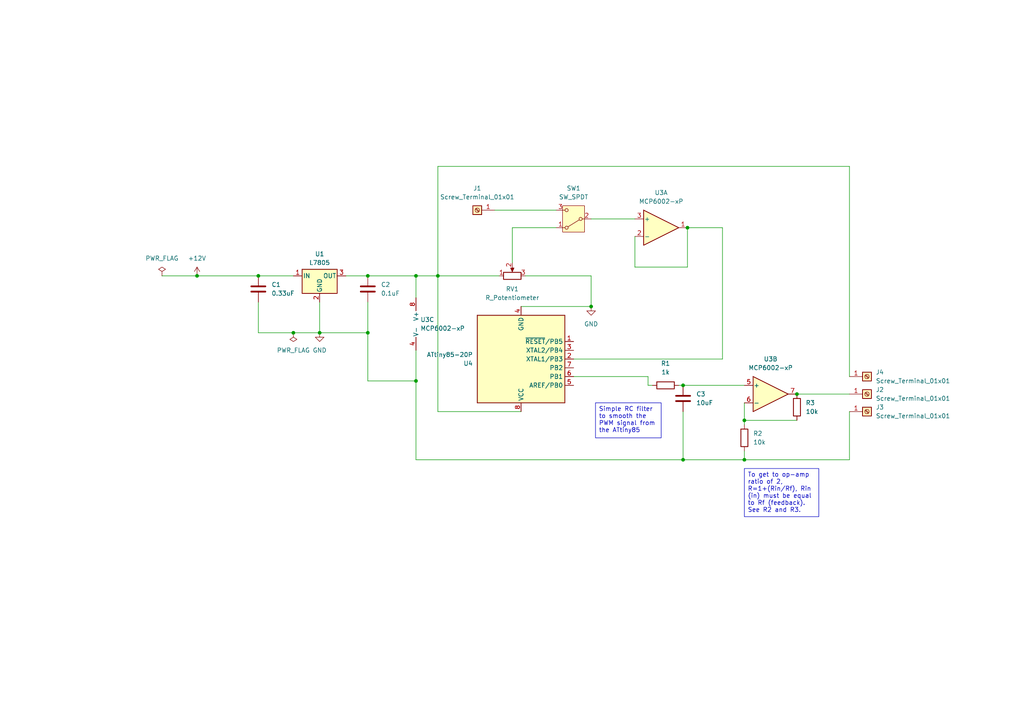
<source format=kicad_sch>
(kicad_sch (version 20250114) (generator "eeschema") (generator_version "9.0")
  (paper "A4")
  (lib_symbols
    (symbol "Amplifier_Operational:MCP6002-xP" (pin_names (offset 0.127))
      (property "Reference" "U" (at 0 5.08 0))
      (property "Value" "MCP6002-xP" (at 0 -5.08 0))
      (symbol "MCP6002-xP_1_1"
        (polyline (pts (xy -5.08 5.08) (xy 5.08 0) (xy -5.08 -5.08) (xy -5.08 5.08)) (stroke (width 0.254)) (fill (type background)))
        (pin input line (at -7.62 2.54 0) (length 2.54) (name "+") (number "3"))
        (pin input line (at -7.62 -2.54 0) (length 2.54) (name "-") (number "2"))
        (pin output line (at 7.62 0 180) (length 2.54) (name "~") (number "1"))
      )
      (symbol "MCP6002-xP_2_1"
        (polyline (pts (xy -5.08 5.08) (xy 5.08 0) (xy -5.08 -5.08) (xy -5.08 5.08)) (stroke (width 0.254)) (fill (type background)))
        (pin input line (at -7.62 2.54 0) (length 2.54) (name "+") (number "5"))
        (pin input line (at -7.62 -2.54 0) (length 2.54) (name "-") (number "6"))
        (pin output line (at 7.62 0 180) (length 2.54) (name "~") (number "7"))
      )
      (symbol "MCP6002-xP_3_1"
        (pin power_in line (at -2.54 7.62 270) (length 3.81) (name "V+") (number "8"))
        (pin power_in line (at -2.54 -7.62 90) (length 3.81) (name "V-") (number "4"))
      )
    )
    (symbol "Connector:Screw_Terminal_01x01" (pin_names (offset 1.016) (hide yes))
      (property "Reference" "J" (at 0 2.54 0))
      (property "Value" "Screw_Terminal_01x01" (at 0 -2.54 0))
      (symbol "Screw_Terminal_01x01_1_1"
        (rectangle (start -1.27 1.27) (end 1.27 -1.27) (stroke (width 0.254)) (fill (type background)))
        (polyline (pts (xy -0.5334 0.3302) (xy 0.3302 -0.508)) (stroke (width 0.1524)))
        (polyline (pts (xy -0.3556 0.508) (xy 0.508 -0.3302)) (stroke (width 0.1524)))
        (circle (center 0 0) (radius 0.635) (stroke (width 0.1524)))
        (pin passive line (at -5.08 0 0) (length 3.81) (name "Pin_1") (number "1"))
      )
    )
    (symbol "Device:C" (pin_numbers (hide yes)) (pin_names (offset 0.254))
      (property "Reference" "C" (at 0.635 2.54 0))
      (property "Value" "C" (at 0.635 -2.54 0))
      (symbol "C_0_1"
        (polyline (pts (xy -2.032 0.762) (xy 2.032 0.762)) (stroke (width 0.508)))
        (polyline (pts (xy -2.032 -0.762) (xy 2.032 -0.762)) (stroke (width 0.508)))
      )
      (symbol "C_1_1"
        (pin passive line (at 0 3.81 270) (length 2.794) (name "~") (number "1"))
        (pin passive line (at 0 -3.81 90) (length 2.794) (name "~") (number "2"))
      )
    )
    (symbol "Device:R" (pin_numbers (hide yes)) (pin_names (offset 0))
      (property "Reference" "R" (at 2.032 0 90))
      (property "Value" "R" (at 0 0 90))
      (symbol "R_0_1"
        (rectangle (start -1.016 -2.54) (end 1.016 2.54) (stroke (width 0.254)))
      )
      (symbol "R_1_1"
        (pin passive line (at 0 3.81 270) (length 1.27) (name "~") (number "1"))
        (pin passive line (at 0 -3.81 90) (length 1.27) (name "~") (number "2"))
      )
    )
    (symbol "Device:R_Potentiometer" (pin_names (offset 1.016) (hide yes))
      (property "Reference" "RV" (at -4.445 0 90))
      (property "Value" "R_Potentiometer" (at -2.54 0 90))
      (symbol "R_Potentiometer_0_1"
        (rectangle (start 1.016 2.54) (end -1.016 -2.54) (stroke (width 0.254)))
        (polyline (pts (xy 1.143 0) (xy 2.286 0.508) (xy 2.286 -0.508) (xy 1.143 0)) (fill (type outline)))
        (polyline (pts (xy 2.54 0) (xy 1.524 0)))
      )
      (symbol "R_Potentiometer_1_1"
        (pin passive line (at 0 3.81 270) (length 1.27) (name "1") (number "1"))
        (pin passive line (at 0 -3.81 90) (length 1.27) (name "3") (number "3"))
        (pin passive line (at 3.81 0 180) (length 1.27) (name "2") (number "2"))
      )
    )
    (symbol "MCU_Microchip_ATtiny:ATtiny85-20P"
      (property "Reference" "U" (at -12.7 13.97 0))
      (property "Value" "ATtiny85-20P" (at 2.54 -13.97 0))
      (symbol "ATtiny85-20P_0_1"
        (rectangle (start -12.7 -12.7) (end 12.7 12.7) (stroke (width 0.254)) (fill (type background)))
      )
      (symbol "ATtiny85-20P_1_1"
        (pin power_in line (at 0 15.24 270) (length 2.54) (name "VCC") (number "8"))
        (pin power_in line (at 0 -15.24 90) (length 2.54) (name "GND") (number "4"))
        (pin bidirectional line (at 15.24 7.62 180) (length 2.54) (name "AREF/PB0") (number "5"))
        (pin bidirectional line (at 15.24 5.08 180) (length 2.54) (name "PB1") (number "6"))
        (pin bidirectional line (at 15.24 2.54 180) (length 2.54) (name "PB2") (number "7"))
        (pin bidirectional line (at 15.24 0 180) (length 2.54) (name "XTAL1/PB3") (number "2"))
        (pin bidirectional line (at 15.24 -2.54 180) (length 2.54) (name "XTAL2/PB4") (number "3"))
        (pin bidirectional line (at 15.24 -5.08 180) (length 2.54) (name "~{RESET}/PB5") (number "1"))
      )
    )
    (symbol "Regulator_Linear:L7805" (pin_names (offset 0.254))
      (property "Reference" "U" (at -3.81 3.175 0))
      (property "Value" "L7805" (at 0 3.175 0))
      (symbol "L7805_0_1"
        (rectangle (start -5.08 1.905) (end 5.08 -5.08) (stroke (width 0.254)) (fill (type background)))
      )
      (symbol "L7805_1_1"
        (pin power_in line (at -7.62 0 0) (length 2.54) (name "IN") (number "1"))
        (pin power_in line (at 0 -7.62 90) (length 2.54) (name "GND") (number "2"))
        (pin power_out line (at 7.62 0 180) (length 2.54) (name "OUT") (number "3"))
      )
    )
    (symbol "Switch:SW_SPDT" (pin_names (offset 0) (hide yes))
      (property "Reference" "SW" (at 0 5.08 0))
      (property "Value" "SW_SPDT" (at 0 -5.08 0))
      (symbol "SW_SPDT_0_1"
        (circle (center -2.032 0) (radius 0.4572))
        (polyline (pts (xy -1.651 0.254) (xy 1.651 2.286)))
        (circle (center 2.032 2.54) (radius 0.4572))
        (circle (center 2.032 -2.54) (radius 0.4572))
      )
      (symbol "SW_SPDT_1_1"
        (rectangle (start -3.175 3.81) (end 3.175 -3.81) (fill (type background)))
        (pin passive line (at -5.08 0 0) (length 2.54) (name "B") (number "2"))
        (pin passive line (at 5.08 2.54 180) (length 2.54) (name "A") (number "1"))
        (pin passive line (at 5.08 -2.54 180) (length 2.54) (name "C") (number "3"))
      )
    )
    (symbol "power:+12V" (power) (pin_numbers (hide yes)) (pin_names (offset 0) (hide yes))
      (property "Value" "+12V" (at 0 3.556 0))
      (symbol "+12V_0_1"
        (polyline (pts (xy -0.762 1.27) (xy 0 2.54)))
        (polyline (pts (xy 0 2.54) (xy 0.762 1.27)))
        (polyline (pts (xy 0 0) (xy 0 2.54)))
      )
      (symbol "+12V_1_1"
        (pin power_in line (at 0 0 90) (length 0) (name "~") (number "1"))
      )
    )
    (symbol "power:GND" (power) (pin_numbers (hide yes)) (pin_names (offset 0) (hide yes))
      (property "Value" "GND" (at 0 -3.81 0))
      (symbol "GND_0_1"
        (polyline (pts (xy 0 0) (xy 0 -1.27) (xy 1.27 -1.27) (xy 0 -2.54) (xy -1.27 -1.27) (xy 0 -1.27)))
      )
      (symbol "GND_1_1"
        (pin power_in line (at 0 0 270) (length 0) (name "~") (number "1"))
      )
    )
    (symbol "power:PWR_FLAG" (power) (pin_numbers (hide yes)) (pin_names (offset 0) (hide yes))
      (property "Value" "PWR_FLAG" (at 0 3.81 0))
      (symbol "PWR_FLAG_0_0"
        (pin power_out line (at 0 0 90) (length 0) (name "~") (number "1"))
      )
      (symbol "PWR_FLAG_0_1"
        (polyline (pts (xy 0 0) (xy 0 1.27) (xy -1.016 1.905) (xy 0 2.54) (xy 1.016 1.905) (xy 0 1.27)))
      )
    )
  )
  (text_box "Simple RC filter to smooth the PWM signal from the ATtiny85" (at 172.72 116.84 0) (size 19.05 10.16) (margins 0.9525 0.9525 0.9525 0.9525) (effects (font (size 1.27 1.27)) (justify left top)))
  (text_box "To get to op-amp ratio of 2, R=1+(Rin/Rf), Rin (in) must be equal to Rf (feedback).\nSee R2 and R3." (at 215.9 135.89 0) (size 21.59 13.97) (margins 0.9525 0.9525 0.9525 0.9525) (effects (font (size 1.27 1.27)) (justify left top)))
  (junction (at 85.09 96.52))
  (junction (at 199.39 66.04))
  (junction (at 215.9 121.92))
  (junction (at 57.15 80.01))
  (junction (at 106.68 80.01))
  (junction (at 120.65 110.49))
  (junction (at 171.45 88.9))
  (junction (at 231.14 114.3))
  (junction (at 74.93 80.01))
  (junction (at 120.65 80.01))
  (junction (at 127 80.01))
  (junction (at 198.12 111.76))
  (junction (at 215.9 133.35))
  (junction (at 198.12 133.35))
  (junction (at 106.68 96.52))
  (junction (at 92.71 96.52))
  (wire (pts (xy 85.09 96.52) (xy 92.71 96.52)))
  (wire (pts (xy 106.68 110.49) (xy 120.65 110.49)))
  (wire (pts (xy 215.9 121.92) (xy 231.14 121.92)))
  (wire (pts (xy 246.38 48.26) (xy 127 48.26)))
  (wire (pts (xy 46.99 80.01) (xy 57.15 80.01)))
  (wire (pts (xy 106.68 96.52) (xy 92.71 96.52)))
  (wire (pts (xy 148.59 66.04) (xy 161.29 66.04)))
  (wire (pts (xy 166.37 104.14) (xy 209.55 104.14)))
  (wire (pts (xy 187.96 109.22) (xy 187.96 111.76)))
  (wire (pts (xy 106.68 80.01) (xy 120.65 80.01)))
  (wire (pts (xy 120.65 80.01) (xy 120.65 86.36)))
  (wire (pts (xy 215.9 130.81) (xy 215.9 133.35)))
  (wire (pts (xy 127 80.01) (xy 127 119.38)))
  (wire (pts (xy 198.12 111.76) (xy 215.9 111.76)))
  (wire (pts (xy 246.38 119.38) (xy 246.38 133.35)))
  (wire (pts (xy 184.15 68.58) (xy 184.15 77.47)))
  (wire (pts (xy 144.78 80.01) (xy 127 80.01)))
  (wire (pts (xy 143.51 60.96) (xy 161.29 60.96)))
  (wire (pts (xy 74.93 96.52) (xy 85.09 96.52)))
  (wire (pts (xy 127 48.26) (xy 127 80.01)))
  (wire (pts (xy 120.65 101.6) (xy 120.65 110.49)))
  (wire (pts (xy 246.38 109.22) (xy 246.38 48.26)))
  (wire (pts (xy 198.12 133.35) (xy 120.65 133.35)))
  (wire (pts (xy 171.45 80.01) (xy 171.45 88.9)))
  (wire (pts (xy 196.85 111.76) (xy 198.12 111.76)))
  (wire (pts (xy 231.14 114.3) (xy 246.38 114.3)))
  (wire (pts (xy 106.68 110.49) (xy 106.68 96.52)))
  (wire (pts (xy 106.68 80.01) (xy 100.33 80.01)))
  (wire (pts (xy 215.9 116.84) (xy 215.9 121.92)))
  (wire (pts (xy 151.13 88.9) (xy 171.45 88.9)))
  (wire (pts (xy 166.37 109.22) (xy 187.96 109.22)))
  (wire (pts (xy 198.12 119.38) (xy 198.12 133.35)))
  (wire (pts (xy 74.93 80.01) (xy 85.09 80.01)))
  (wire (pts (xy 215.9 121.92) (xy 215.9 123.19)))
  (wire (pts (xy 148.59 76.2) (xy 148.59 66.04)))
  (wire (pts (xy 92.71 87.63) (xy 92.71 96.52)))
  (wire (pts (xy 215.9 133.35) (xy 198.12 133.35)))
  (wire (pts (xy 199.39 66.04) (xy 209.55 66.04)))
  (wire (pts (xy 120.65 133.35) (xy 120.65 110.49)))
  (wire (pts (xy 152.4 80.01) (xy 171.45 80.01)))
  (wire (pts (xy 246.38 133.35) (xy 215.9 133.35)))
  (wire (pts (xy 209.55 104.14) (xy 209.55 66.04)))
  (wire (pts (xy 106.68 87.63) (xy 106.68 96.52)))
  (wire (pts (xy 171.45 63.5) (xy 184.15 63.5)))
  (wire (pts (xy 199.39 66.04) (xy 199.39 77.47)))
  (wire (pts (xy 151.13 119.38) (xy 127 119.38)))
  (wire (pts (xy 120.65 80.01) (xy 127 80.01)))
  (wire (pts (xy 74.93 87.63) (xy 74.93 96.52)))
  (wire (pts (xy 184.15 77.47) (xy 199.39 77.47)))
  (wire (pts (xy 187.96 111.76) (xy 189.23 111.76)))
  (wire (pts (xy 57.15 80.01) (xy 74.93 80.01)))
  (symbol (lib_id "Regulator_Linear:L7805") (at 92.71 80.01 0) (unit 1)
    (property "Reference" "U1" (at 92.71 73.66 0))
    (property "Value" "L7805" (at 92.71 76.2 0))
    (property "Datasheet" "http://www.st.com/content/ccc/resource/technical/document/datasheet/41/4f/b3/b0/12/d4/47/88/CD00000444.pdf/files/CD00000444.pdf/jcr:content/translations/en.CD00000444.pdf" (effects (hide yes)))
    (property "Description" "Positive 1.5A 35V Linear Regulator, Fixed Output 5V, TO-220/TO-263/TO-252" (effects (hide yes)))
  )
  (symbol (lib_id "Amplifier_Operational:MCP6002-xP") (at 191.77 66.04 0) (unit 1)
    (property "Reference" "U3" (at 191.77 55.88 0))
    (property "Value" "MCP6002-xP" (at 191.77 58.42 0))
    (property "Footprint" "Package_DIP:DIP-8_W7.62mm" (effects (hide yes)))
    (property "Datasheet" "http://ww1.microchip.com/downloads/en/DeviceDoc/21733j.pdf" (effects (hide yes)))
    (property "Description" "1MHz, Low-Power Op Amp, DIP-8" (effects (hide yes)))
  )
  (symbol (lib_id "power:PWR_FLAG") (at 46.99 80.01 0) (unit 1)
    (property "Reference" "#FLG01" (effects (hide yes)))
    (property "Value" "PWR_FLAG" (at 46.99 74.93 0))
    (property "Description" "Special symbol for telling ERC where power comes from" (effects (hide yes)))
  )
  (symbol (lib_id "MCU_Microchip_ATtiny:ATtiny85-20P") (at 151.13 104.14 0) (mirror x) (unit 1)
    (property "Reference" "U4" (at 137.16 105.4101 0) (effects (justify right)))
    (property "Value" "ATtiny85-20P" (at 137.16 102.8701 0) (effects (justify right)))
    (property "Footprint" "Package_DIP:DIP-8_W7.62mm" (effects (hide yes)))
    (property "Datasheet" "http://ww1.microchip.com/downloads/en/DeviceDoc/atmel-2586-avr-8-bit-microcontroller-attiny25-attiny45-attiny85_datasheet.pdf" (effects (hide yes)))
    (property "Description" "20MHz, 8kB Flash, 512B SRAM, 512B EEPROM, debugWIRE, DIP-8" (effects (hide yes)))
  )
  (symbol (lib_id "Device:C") (at 198.12 115.57 0) (unit 1)
    (property "Reference" "C3" (at 201.93 114.2999 0) (effects (justify left)))
    (property "Value" "10uF" (at 201.93 116.8399 0) (effects (justify left)))
    (property "Description" "Unpolarized capacitor" (effects (hide yes)))
  )
  (symbol (lib_id "power:GND") (at 171.45 88.9 0) (unit 1)
    (property "Reference" "#PWR03" (effects (hide yes)))
    (property "Value" "GND" (at 171.45 93.98 0))
    (property "Description" "Power symbol creates a global label with name \"GND\" , ground" (effects (hide yes)))
  )
  (symbol (lib_id "Device:R") (at 231.14 118.11 0) (unit 1)
    (property "Reference" "R3" (at 233.68 116.8399 0) (effects (justify left)))
    (property "Value" "10k" (at 233.68 119.3799 0) (effects (justify left)))
    (property "Description" "Resistor" (effects (hide yes)))
  )
  (symbol (lib_id "Device:C") (at 106.68 83.82 0) (unit 1)
    (property "Reference" "C2" (at 110.49 82.5499 0) (effects (justify left)))
    (property "Value" "0.1uF" (at 110.49 85.0899 0) (effects (justify left)))
    (property "Description" "Unpolarized capacitor" (effects (hide yes)))
  )
  (symbol (lib_id "Connector:Screw_Terminal_01x01") (at 138.43 60.96 180) (unit 1)
    (property "Reference" "J1" (at 138.43 54.61 0))
    (property "Value" "Screw_Terminal_01x01" (at 138.43 57.15 0))
    (property "Description" "Generic screw terminal, single row, 01x01, script generated (kicad-library-utils/schlib/autogen/connector/)" (effects (hide yes)))
  )
  (symbol (lib_id "Connector:Screw_Terminal_01x01") (at 251.46 119.38 0) (unit 1)
    (property "Reference" "J3" (at 254 118.1099 0) (effects (justify left)))
    (property "Value" "Screw_Terminal_01x01" (at 254 120.6499 0) (effects (justify left)))
    (property "Description" "Generic screw terminal, single row, 01x01, script generated (kicad-library-utils/schlib/autogen/connector/)" (effects (hide yes)))
  )
  (symbol (lib_id "Device:C") (at 74.93 83.82 0) (unit 1)
    (property "Reference" "C1" (at 78.74 82.5499 0) (effects (justify left)))
    (property "Value" "0.33uF" (at 78.74 85.0899 0) (effects (justify left)))
    (property "Description" "Unpolarized capacitor" (effects (hide yes)))
  )
  (symbol (lib_id "Connector:Screw_Terminal_01x01") (at 251.46 109.22 0) (unit 1)
    (property "Reference" "J4" (at 254 107.9499 0) (effects (justify left)))
    (property "Value" "Screw_Terminal_01x01" (at 254 110.4899 0) (effects (justify left)))
    (property "Description" "Generic screw terminal, single row, 01x01, script generated (kicad-library-utils/schlib/autogen/connector/)" (effects (hide yes)))
  )
  (symbol (lib_id "power:+12V") (at 57.15 80.01 0) (unit 1)
    (property "Reference" "#PWR02" (effects (hide yes)))
    (property "Value" "+12V" (at 57.15 74.93 0))
    (property "Description" "Power symbol creates a global label with name \"+12V\"" (effects (hide yes)))
  )
  (symbol (lib_id "Device:R") (at 193.04 111.76 90) (unit 1)
    (property "Reference" "R1" (at 193.04 105.41 90))
    (property "Value" "1k" (at 193.04 107.95 90))
    (property "Description" "Resistor" (effects (hide yes)))
  )
  (symbol (lib_id "Connector:Screw_Terminal_01x01") (at 251.46 114.3 0) (unit 1)
    (property "Reference" "J2" (at 254 113.0299 0) (effects (justify left)))
    (property "Value" "Screw_Terminal_01x01" (at 254 115.5699 0) (effects (justify left)))
    (property "Description" "Generic screw terminal, single row, 01x01, script generated (kicad-library-utils/schlib/autogen/connector/)" (effects (hide yes)))
  )
  (symbol (lib_id "power:PWR_FLAG") (at 85.09 96.52 180) (unit 1)
    (property "Reference" "#FLG02" (effects (hide yes)))
    (property "Value" "PWR_FLAG" (at 85.09 101.6 0))
    (property "Description" "Special symbol for telling ERC where power comes from" (effects (hide yes)))
  )
  (symbol (lib_id "Amplifier_Operational:MCP6002-xP") (at 123.19 93.98 0) (unit 3)
    (property "Reference" "U3" (at 121.92 92.7099 0) (effects (justify left)))
    (property "Value" "MCP6002-xP" (at 121.92 95.2499 0) (effects (justify left)))
    (property "Datasheet" "http://ww1.microchip.com/downloads/en/DeviceDoc/21733j.pdf" (effects (hide yes)))
    (property "Description" "1MHz, Low-Power Op Amp, DIP-8" (effects (hide yes)))
  )
  (symbol (lib_id "Device:R") (at 215.9 127 0) (unit 1)
    (property "Reference" "R2" (at 218.44 125.7299 0) (effects (justify left)))
    (property "Value" "10k" (at 218.44 128.2699 0) (effects (justify left)))
    (property "Description" "Resistor" (effects (hide yes)))
  )
  (symbol (lib_id "Device:R_Potentiometer") (at 148.59 80.01 90) (unit 1)
    (property "Reference" "RV1" (at 148.59 83.82 90))
    (property "Value" "R_Potentiometer" (at 148.59 86.36 90))
    (property "Description" "Potentiometer" (effects (hide yes)))
  )
  (symbol (lib_id "Amplifier_Operational:MCP6002-xP") (at 223.52 114.3 0) (unit 2)
    (property "Reference" "U3" (at 223.52 104.14 0))
    (property "Value" "MCP6002-xP" (at 223.52 106.68 0))
    (property "Datasheet" "http://ww1.microchip.com/downloads/en/DeviceDoc/21733j.pdf" (effects (hide yes)))
    (property "Description" "1MHz, Low-Power Op Amp, DIP-8" (effects (hide yes)))
  )
  (symbol (lib_id "Switch:SW_SPDT") (at 166.37 63.5 180) (unit 1)
    (property "Reference" "SW1" (at 166.37 54.61 0))
    (property "Value" "SW_SPDT" (at 166.37 57.15 0))
    (property "Description" "Switch, single pole double throw" (effects (hide yes)))
  )
  (symbol (lib_id "power:GND") (at 92.71 96.52 0) (unit 1)
    (property "Reference" "#PWR01" (effects (hide yes)))
    (property "Value" "GND" (at 92.71 101.6 0))
    (property "Description" "Power symbol creates a global label with name \"GND\" , ground" (effects (hide yes)))
  )
)
</source>
